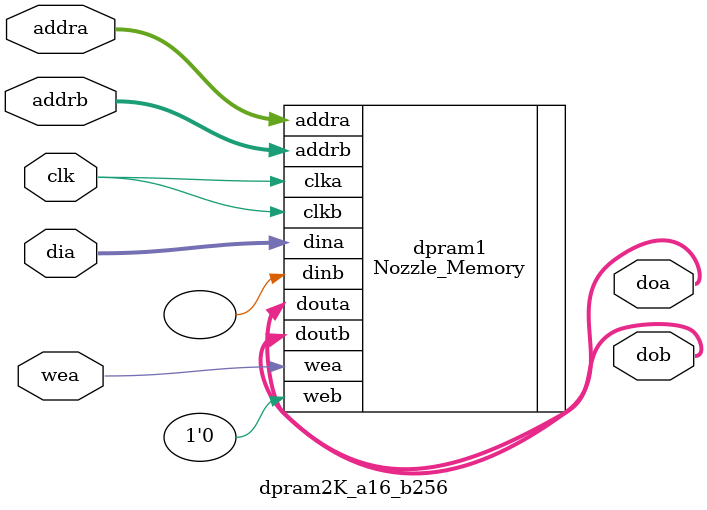
<source format=v>
`timescale 1ns / 1ps
module dpram2K_a16_b256(
    input          clk,
    input          wea,
    input  [7:0]  addra,
    input  [15:0]  dia,
    output [15:0]  doa,
    input  [3:0]   addrb,
    output [255:0] dob
    );

Nozzle_Memory dpram1 (
  .clka(clk),
  .wea(wea),
  .addra(addra),
  .dina(dia),
  .douta(doa),   
  .clkb(clk),
  .web(1'b0),
  .addrb(addrb),
  .dinb(),
  .doutb(dob) );

endmodule

</source>
